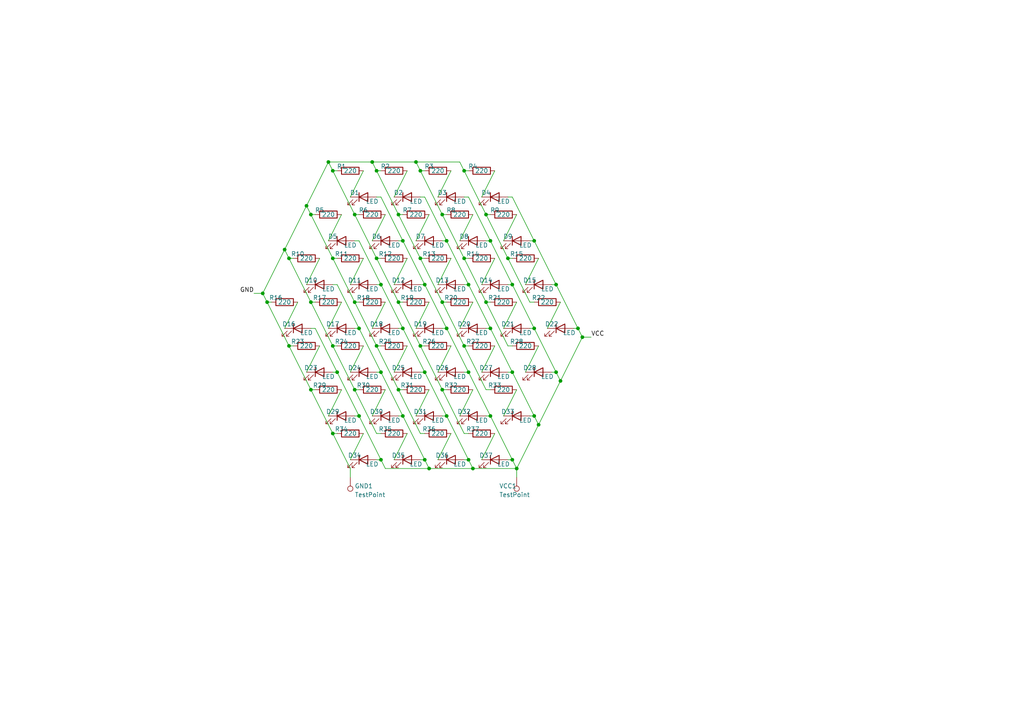
<source format=kicad_sch>
(kicad_sch (version 20211123) (generator eeschema)
  (paper "A4")
  (lib_symbols
    (symbol "Connector:TestPoint" (pin_numbers hide) (pin_names (offset 0.762) hide)
      (property "Reference" "TP" (at 0 6.858 0))
      (property "Value" "TestPoint" (at 0 5.08 0))
      (symbol "TestPoint_0_1"
        (circle (center 0 3.302) (radius 0.762))
      )
      (symbol "TestPoint_1_1"
        (pin passive line (at 0 0 90) (length 2.54) (name "1") (number "1"))
      )
    )
    (symbol "Device:LED" (pin_numbers hide) (pin_names (offset 1.016) hide)
      (property "Reference" "D" (at 0 2.54 0))
      (property "Value" "LED" (at 0 -2.54 0))
      (symbol "LED_0_1"
        (polyline (pts (xy -1.27 -1.27) (xy -1.27 1.27)) (stroke (width 0.254)))
        (polyline (pts (xy -1.27 0) (xy 1.27 0)))
        (polyline (pts (xy 1.27 -1.27) (xy 1.27 1.27) (xy -1.27 0) (xy 1.27 -1.27)) (stroke (width 0.254)))
        (polyline (pts (xy -3.048 -0.762) (xy -4.572 -2.286) (xy -3.81 -2.286) (xy -4.572 -2.286) (xy -4.572 -1.524)))
        (polyline (pts (xy -1.778 -0.762) (xy -3.302 -2.286) (xy -2.54 -2.286) (xy -3.302 -2.286) (xy -3.302 -1.524)))
      )
      (symbol "LED_1_1"
        (pin passive line (at -3.81 0 0) (length 2.54) (name "K") (number "1"))
        (pin passive line (at 3.81 0 180) (length 2.54) (name "A") (number "2"))
      )
    )
    (symbol "Device:R" (pin_numbers hide) (pin_names (offset 0))
      (property "Reference" "R" (at 2.032 0 90))
      (property "Value" "R" (at 0 0 90))
      (symbol "R_0_1"
        (rectangle (start -1.016 -2.54) (end 1.016 2.54) (stroke (width 0.254)))
      )
      (symbol "R_1_1"
        (pin passive line (at 0 3.81 270) (length 1.27) (name "~") (number "1"))
        (pin passive line (at 0 -3.81 90) (length 1.27) (name "~") (number "2"))
      )
    )
  )
  (junction (at 154.94 69.85))
  (junction (at 115.57 87.63))
  (junction (at 116.84 95.25))
  (junction (at 115.57 113.03))
  (junction (at 167.64 95.25))
  (junction (at 77.47 87.63))
  (junction (at 110.49 82.55))
  (junction (at 88.9 59.69))
  (junction (at 90.17 62.23))
  (junction (at 110.49 107.95))
  (junction (at 168.91 97.79))
  (junction (at 162.56 110.49))
  (junction (at 102.87 62.23))
  (junction (at 102.87 113.03))
  (junction (at 128.27 62.23))
  (junction (at 148.59 82.55))
  (junction (at 121.92 100.33))
  (junction (at 82.55 72.39))
  (junction (at 123.19 82.55))
  (junction (at 109.22 74.93))
  (junction (at 109.22 49.53))
  (junction (at 161.29 107.95))
  (junction (at 104.14 95.25))
  (junction (at 135.89 133.35))
  (junction (at 116.84 120.65))
  (junction (at 90.17 113.03))
  (junction (at 137.16 135.89))
  (junction (at 109.22 100.33))
  (junction (at 134.62 100.33))
  (junction (at 121.92 49.53))
  (junction (at 97.79 107.95))
  (junction (at 147.32 74.93))
  (junction (at 154.94 120.65))
  (junction (at 124.46 135.89))
  (junction (at 104.14 120.65))
  (junction (at 128.27 113.03))
  (junction (at 154.94 95.25))
  (junction (at 96.52 74.93))
  (junction (at 135.89 107.95))
  (junction (at 107.95 46.99))
  (junction (at 140.97 87.63))
  (junction (at 129.54 69.85))
  (junction (at 123.19 133.35))
  (junction (at 129.54 95.25))
  (junction (at 142.24 120.65))
  (junction (at 134.62 74.93))
  (junction (at 123.19 107.95))
  (junction (at 128.27 87.63))
  (junction (at 83.82 100.33))
  (junction (at 148.59 107.95))
  (junction (at 90.17 87.63))
  (junction (at 148.59 133.35))
  (junction (at 116.84 69.85))
  (junction (at 161.29 82.55))
  (junction (at 140.97 62.23))
  (junction (at 83.82 74.93))
  (junction (at 142.24 95.25))
  (junction (at 149.86 135.89))
  (junction (at 134.62 49.53))
  (junction (at 76.2 85.09))
  (junction (at 156.21 123.19))
  (junction (at 95.25 46.99))
  (junction (at 96.52 100.33))
  (junction (at 115.57 62.23))
  (junction (at 135.89 82.55))
  (junction (at 96.52 125.73))
  (junction (at 121.92 74.93))
  (junction (at 142.24 69.85))
  (junction (at 129.54 120.65))
  (junction (at 110.49 133.35))
  (junction (at 120.65 46.99))
  (junction (at 102.87 87.63))
  (junction (at 96.52 49.53))
  (wire (pts (xy 124.46 135.89) (xy 123.19 133.35)))
  (wire (pts (xy 90.17 62.23) (xy 96.52 74.93)))
  (wire (pts (xy 96.52 82.55) (xy 97.79 82.55)))
  (wire (pts (xy 111.76 62.23) (xy 107.95 69.85)))
  (wire (pts (xy 156.21 123.19) (xy 162.56 110.49)))
  (wire (pts (xy 88.9 59.69) (xy 95.25 46.99)))
  (wire (pts (xy 105.41 100.33) (xy 101.6 107.95)))
  (wire (pts (xy 140.97 87.63) (xy 147.32 100.33)))
  (wire (pts (xy 115.57 62.23) (xy 121.92 74.93)))
  (wire (pts (xy 91.44 87.63) (xy 90.17 87.63)))
  (wire (pts (xy 129.54 69.85) (xy 135.89 82.55)))
  (wire (pts (xy 115.57 113.03) (xy 121.92 125.73)))
  (wire (pts (xy 120.65 46.99) (xy 121.92 49.53)))
  (wire (pts (xy 83.82 74.93) (xy 90.17 87.63)))
  (wire (pts (xy 104.14 95.25) (xy 110.49 107.95)))
  (wire (pts (xy 82.55 72.39) (xy 88.9 59.69)))
  (wire (pts (xy 135.89 74.93) (xy 134.62 74.93)))
  (wire (pts (xy 90.17 95.25) (xy 91.44 95.25)))
  (wire (pts (xy 96.52 100.33) (xy 102.87 113.03)))
  (wire (pts (xy 115.57 120.65) (xy 116.84 120.65)))
  (wire (pts (xy 109.22 74.93) (xy 115.57 87.63)))
  (wire (pts (xy 161.29 82.55) (xy 167.64 95.25)))
  (wire (pts (xy 123.19 74.93) (xy 121.92 74.93)))
  (wire (pts (xy 111.76 113.03) (xy 107.95 120.65)))
  (wire (pts (xy 105.41 125.73) (xy 101.6 133.35)))
  (wire (pts (xy 77.47 87.63) (xy 83.82 100.33)))
  (wire (pts (xy 109.22 49.53) (xy 115.57 62.23)))
  (wire (pts (xy 166.37 95.25) (xy 167.64 95.25)))
  (wire (pts (xy 123.19 57.15) (xy 129.54 69.85)))
  (wire (pts (xy 121.92 49.53) (xy 128.27 62.23)))
  (wire (pts (xy 105.41 74.93) (xy 101.6 82.55)))
  (wire (pts (xy 96.52 125.73) (xy 101.6 135.89)))
  (wire (pts (xy 140.97 62.23) (xy 147.32 74.93)))
  (wire (pts (xy 149.86 62.23) (xy 146.05 69.85)))
  (wire (pts (xy 168.91 97.79) (xy 167.64 95.25)))
  (wire (pts (xy 130.81 125.73) (xy 127 133.35)))
  (wire (pts (xy 129.54 95.25) (xy 135.89 107.95)))
  (wire (pts (xy 96.52 74.93) (xy 102.87 87.63)))
  (wire (pts (xy 110.49 100.33) (xy 109.22 100.33)))
  (wire (pts (xy 116.84 69.85) (xy 123.19 82.55)))
  (wire (pts (xy 110.49 125.73) (xy 109.22 125.73)))
  (wire (pts (xy 124.46 113.03) (xy 120.65 120.65)))
  (wire (pts (xy 76.2 85.09) (xy 77.47 87.63)))
  (wire (pts (xy 148.59 100.33) (xy 147.32 100.33)))
  (wire (pts (xy 121.92 57.15) (xy 123.19 57.15)))
  (wire (pts (xy 111.76 87.63) (xy 107.95 95.25)))
  (wire (pts (xy 147.32 57.15) (xy 148.59 57.15)))
  (wire (pts (xy 143.51 49.53) (xy 139.7 57.15)))
  (wire (pts (xy 104.14 69.85) (xy 110.49 82.55)))
  (wire (pts (xy 160.02 107.95) (xy 161.29 107.95)))
  (wire (pts (xy 148.59 107.95) (xy 154.94 120.65)))
  (wire (pts (xy 118.11 125.73) (xy 114.3 133.35)))
  (wire (pts (xy 134.62 82.55) (xy 135.89 82.55)))
  (wire (pts (xy 135.89 82.55) (xy 142.24 95.25)))
  (wire (pts (xy 162.56 110.49) (xy 168.91 97.79)))
  (wire (pts (xy 149.86 135.89) (xy 148.59 133.35)))
  (wire (pts (xy 116.84 120.65) (xy 123.19 133.35)))
  (wire (pts (xy 101.6 135.89) (xy 101.6 138.43)))
  (wire (pts (xy 85.09 100.33) (xy 83.82 100.33)))
  (wire (pts (xy 82.55 72.39) (xy 83.82 74.93)))
  (wire (pts (xy 142.24 62.23) (xy 140.97 62.23)))
  (wire (pts (xy 135.89 49.53) (xy 134.62 49.53)))
  (wire (pts (xy 134.62 49.53) (xy 140.97 62.23)))
  (wire (pts (xy 128.27 87.63) (xy 134.62 100.33)))
  (wire (pts (xy 109.22 133.35) (xy 110.49 133.35)))
  (wire (pts (xy 123.19 100.33) (xy 121.92 100.33)))
  (wire (pts (xy 149.86 135.89) (xy 149.86 138.43)))
  (wire (pts (xy 137.16 113.03) (xy 133.35 120.65)))
  (wire (pts (xy 115.57 87.63) (xy 121.92 100.33)))
  (wire (pts (xy 148.59 82.55) (xy 154.94 95.25)))
  (wire (pts (xy 156.21 100.33) (xy 152.4 107.95)))
  (wire (pts (xy 168.91 97.79) (xy 171.45 97.79)))
  (wire (pts (xy 162.56 110.49) (xy 161.29 107.95)))
  (wire (pts (xy 85.09 74.93) (xy 83.82 74.93)))
  (wire (pts (xy 142.24 95.25) (xy 148.59 107.95)))
  (wire (pts (xy 142.24 87.63) (xy 140.97 87.63)))
  (wire (pts (xy 110.49 74.93) (xy 109.22 74.93)))
  (wire (pts (xy 135.89 100.33) (xy 134.62 100.33)))
  (wire (pts (xy 137.16 87.63) (xy 133.35 95.25)))
  (wire (pts (xy 88.9 59.69) (xy 90.17 62.23)))
  (wire (pts (xy 129.54 87.63) (xy 128.27 87.63)))
  (wire (pts (xy 109.22 57.15) (xy 110.49 57.15)))
  (wire (pts (xy 130.81 49.53) (xy 127 57.15)))
  (wire (pts (xy 130.81 74.93) (xy 127 82.55)))
  (wire (pts (xy 137.16 135.89) (xy 149.86 135.89)))
  (wire (pts (xy 148.59 57.15) (xy 154.94 69.85)))
  (wire (pts (xy 92.71 74.93) (xy 88.9 82.55)))
  (wire (pts (xy 129.54 113.03) (xy 128.27 113.03)))
  (wire (pts (xy 102.87 113.03) (xy 109.22 125.73)))
  (wire (pts (xy 120.65 46.99) (xy 107.95 46.99)))
  (wire (pts (xy 121.92 107.95) (xy 123.19 107.95)))
  (wire (pts (xy 143.51 74.93) (xy 139.7 82.55)))
  (wire (pts (xy 109.22 107.95) (xy 110.49 107.95)))
  (wire (pts (xy 149.86 135.89) (xy 156.21 123.19)))
  (wire (pts (xy 99.06 62.23) (xy 95.25 69.85)))
  (wire (pts (xy 111.76 135.89) (xy 124.46 135.89)))
  (wire (pts (xy 123.19 82.55) (xy 129.54 95.25)))
  (wire (pts (xy 99.06 113.03) (xy 95.25 120.65)))
  (wire (pts (xy 115.57 95.25) (xy 116.84 95.25)))
  (wire (pts (xy 91.44 95.25) (xy 97.79 107.95)))
  (wire (pts (xy 142.24 120.65) (xy 148.59 133.35)))
  (wire (pts (xy 97.79 125.73) (xy 96.52 125.73)))
  (wire (pts (xy 147.32 74.93) (xy 153.67 87.63)))
  (wire (pts (xy 118.11 100.33) (xy 114.3 107.95)))
  (wire (pts (xy 92.71 100.33) (xy 88.9 107.95)))
  (wire (pts (xy 137.16 135.89) (xy 135.89 133.35)))
  (wire (pts (xy 133.35 46.99) (xy 120.65 46.99)))
  (wire (pts (xy 162.56 87.63) (xy 158.75 95.25)))
  (wire (pts (xy 115.57 69.85) (xy 116.84 69.85)))
  (wire (pts (xy 102.87 120.65) (xy 104.14 120.65)))
  (wire (pts (xy 156.21 123.19) (xy 154.94 120.65)))
  (wire (pts (xy 149.86 87.63) (xy 146.05 95.25)))
  (wire (pts (xy 102.87 69.85) (xy 104.14 69.85)))
  (wire (pts (xy 102.87 62.23) (xy 109.22 74.93)))
  (wire (pts (xy 111.76 135.89) (xy 110.49 133.35)))
  (wire (pts (xy 153.67 120.65) (xy 154.94 120.65)))
  (wire (pts (xy 104.14 120.65) (xy 110.49 133.35)))
  (wire (pts (xy 147.32 133.35) (xy 148.59 133.35)))
  (wire (pts (xy 110.49 82.55) (xy 116.84 95.25)))
  (wire (pts (xy 124.46 135.89) (xy 137.16 135.89)))
  (wire (pts (xy 123.19 49.53) (xy 121.92 49.53)))
  (wire (pts (xy 160.02 82.55) (xy 161.29 82.55)))
  (wire (pts (xy 128.27 62.23) (xy 134.62 74.93)))
  (wire (pts (xy 76.2 85.09) (xy 82.55 72.39)))
  (wire (pts (xy 133.35 46.99) (xy 134.62 49.53)))
  (wire (pts (xy 102.87 87.63) (xy 109.22 100.33)))
  (wire (pts (xy 90.17 87.63) (xy 96.52 100.33)))
  (wire (pts (xy 153.67 69.85) (xy 154.94 69.85)))
  (wire (pts (xy 118.11 49.53) (xy 114.3 57.15)))
  (wire (pts (xy 90.17 113.03) (xy 96.52 125.73)))
  (wire (pts (xy 134.62 100.33) (xy 140.97 113.03)))
  (wire (pts (xy 102.87 95.25) (xy 104.14 95.25)))
  (wire (pts (xy 134.62 133.35) (xy 135.89 133.35)))
  (wire (pts (xy 130.81 100.33) (xy 127 107.95)))
  (wire (pts (xy 128.27 95.25) (xy 129.54 95.25)))
  (wire (pts (xy 99.06 87.63) (xy 95.25 95.25)))
  (wire (pts (xy 116.84 62.23) (xy 115.57 62.23)))
  (wire (pts (xy 134.62 107.95) (xy 135.89 107.95)))
  (wire (pts (xy 96.52 49.53) (xy 102.87 62.23)))
  (wire (pts (xy 123.19 107.95) (xy 129.54 120.65)))
  (wire (pts (xy 97.79 107.95) (xy 104.14 120.65)))
  (wire (pts (xy 140.97 120.65) (xy 142.24 120.65)))
  (wire (pts (xy 121.92 133.35) (xy 123.19 133.35)))
  (wire (pts (xy 154.94 69.85) (xy 161.29 82.55)))
  (wire (pts (xy 97.79 82.55) (xy 104.14 95.25)))
  (wire (pts (xy 104.14 87.63) (xy 102.87 87.63)))
  (wire (pts (xy 128.27 113.03) (xy 134.62 125.73)))
  (wire (pts (xy 129.54 120.65) (xy 135.89 133.35)))
  (wire (pts (xy 97.79 49.53) (xy 96.52 49.53)))
  (wire (pts (xy 123.19 125.73) (xy 121.92 125.73)))
  (wire (pts (xy 140.97 95.25) (xy 142.24 95.25)))
  (wire (pts (xy 147.32 107.95) (xy 148.59 107.95)))
  (wire (pts (xy 110.49 107.95) (xy 116.84 120.65)))
  (wire (pts (xy 124.46 87.63) (xy 120.65 95.25)))
  (wire (pts (xy 105.41 49.53) (xy 101.6 57.15)))
  (wire (pts (xy 95.25 46.99) (xy 96.52 49.53)))
  (wire (pts (xy 135.89 107.95) (xy 142.24 120.65)))
  (wire (pts (xy 135.89 57.15) (xy 142.24 69.85)))
  (wire (pts (xy 116.84 113.03) (xy 115.57 113.03)))
  (wire (pts (xy 153.67 95.25) (xy 154.94 95.25)))
  (wire (pts (xy 128.27 120.65) (xy 129.54 120.65)))
  (wire (pts (xy 107.95 46.99) (xy 95.25 46.99)))
  (wire (pts (xy 135.89 125.73) (xy 134.62 125.73)))
  (wire (pts (xy 104.14 113.03) (xy 102.87 113.03)))
  (wire (pts (xy 109.22 100.33) (xy 115.57 113.03)))
  (wire (pts (xy 107.95 46.99) (xy 109.22 49.53)))
  (wire (pts (xy 134.62 74.93) (xy 140.97 87.63)))
  (wire (pts (xy 109.22 82.55) (xy 110.49 82.55)))
  (wire (pts (xy 110.49 57.15) (xy 116.84 69.85)))
  (wire (pts (xy 121.92 74.93) (xy 128.27 87.63)))
  (wire (pts (xy 142.24 113.03) (xy 140.97 113.03)))
  (wire (pts (xy 134.62 57.15) (xy 135.89 57.15)))
  (wire (pts (xy 83.82 100.33) (xy 90.17 113.03)))
  (wire (pts (xy 73.66 85.09) (xy 76.2 85.09)))
  (wire (pts (xy 149.86 113.03) (xy 146.05 120.65)))
  (wire (pts (xy 143.51 100.33) (xy 139.7 107.95)))
  (wire (pts (xy 78.74 87.63) (xy 77.47 87.63)))
  (wire (pts (xy 118.11 74.93) (xy 114.3 82.55)))
  (wire (pts (xy 128.27 69.85) (xy 129.54 69.85)))
  (wire (pts (xy 156.21 74.93) (xy 152.4 82.55)))
  (wire (pts (xy 137.16 62.23) (xy 133.35 69.85)))
  (wire (pts (xy 86.36 87.63) (xy 82.55 95.25)))
  (wire (pts (xy 143.51 125.73) (xy 139.7 133.35)))
  (wire (pts (xy 110.49 49.53) (xy 109.22 49.53)))
  (wire (pts (xy 121.92 82.55) (xy 123.19 82.55)))
  (wire (pts (xy 154.94 95.25) (xy 161.29 107.95)))
  (wire (pts (xy 97.79 100.33) (xy 96.52 100.33)))
  (wire (pts (xy 91.44 62.23) (xy 90.17 62.23)))
  (wire (pts (xy 121.92 100.33) (xy 128.27 113.03)))
  (wire (pts (xy 104.14 62.23) (xy 102.87 62.23)))
  (wire (pts (xy 97.79 74.93) (xy 96.52 74.93)))
  (wire (pts (xy 147.32 82.55) (xy 148.59 82.55)))
  (wire (pts (xy 116.84 95.25) (xy 123.19 107.95)))
  (wire (pts (xy 129.54 62.23) (xy 128.27 62.23)))
  (wire (pts (xy 148.59 74.93) (xy 147.32 74.93)))
  (wire (pts (xy 91.44 113.03) (xy 90.17 113.03)))
  (wire (pts (xy 116.84 87.63) (xy 115.57 87.63)))
  (wire (pts (xy 142.24 69.85) (xy 148.59 82.55)))
  (wire (pts (xy 96.52 107.95) (xy 97.79 107.95)))
  (wire (pts (xy 124.46 62.23) (xy 120.65 69.85)))
  (wire (pts (xy 140.97 69.85) (xy 142.24 69.85)))
  (wire (pts (xy 154.94 87.63) (xy 153.67 87.63)))
  (label "VCC" (at 171.45 97.79 0))
  (label "GND" (at 73.66 85.09 180))
  (symbol (lib_id "Device:R") (at 114.3 100.33 90) (unit 1)
    (property "Reference" "R25" (at 111.76 99.06 90))
    (property "Value" "220" (at 114.3 100.33 90))
    (property "Footprint" "Resistor_THT:R_Axial_DIN0207_L6.3mm_D2.5mm_P7.62mm_Horizontal" (effects hide))
  )
  (symbol (lib_id "Device:R") (at 114.3 74.93 90) (unit 1)
    (property "Reference" "R12" (at 111.76 73.66 90))
    (property "Value" "220" (at 114.3 74.93 90))
    (property "Footprint" "Resistor_THT:R_Axial_DIN0207_L6.3mm_D2.5mm_P7.62mm_Horizontal" (effects hide))
  )
  (symbol (lib_id "Connector:TestPoint") (at 149.86 138.43 180) (unit 1)
    (property "Reference" "VCC1" (at 144.78 140.97 0) (effects (justify right)))
    (property "Value" "TestPoint" (at 144.78 143.51 0) (effects (justify right)))
    (property "Footprint" "TestPoint:TestPoint_Pad_D4.0mm" (effects hide))
  )
  (symbol (lib_id "Device:R") (at 88.9 74.93 90) (unit 1)
    (property "Reference" "R10" (at 86.36 73.66 90))
    (property "Value" "220" (at 88.9 74.93 90))
    (property "Footprint" "Resistor_THT:R_Axial_DIN0207_L6.3mm_D2.5mm_P7.62mm_Horizontal" (effects hide))
  )
  (symbol (lib_id "Device:LED") (at 143.51 107.95 0) (unit 1)
    (property "Reference" "D27" (at 140.97 106.68 0))
    (property "Value" "LED" (at 146.05 109.22 0))
    (property "Footprint" "LED_THT:LED_D5.0mm" (effects hide))
  )
  (symbol (lib_id "Device:R") (at 133.35 113.03 90) (unit 1)
    (property "Reference" "R32" (at 130.81 111.76 90))
    (property "Value" "220" (at 133.35 113.03 90))
    (property "Footprint" "Resistor_THT:R_Axial_DIN0207_L6.3mm_D2.5mm_P7.62mm_Horizontal" (effects hide))
  )
  (symbol (lib_id "Device:LED") (at 105.41 82.55 0) (unit 1)
    (property "Reference" "D11" (at 102.87 81.28 0))
    (property "Value" "LED" (at 107.95 83.82 0))
    (property "Footprint" "LED_THT:LED_D5.0mm" (effects hide))
  )
  (symbol (lib_id "Device:R") (at 101.6 100.33 90) (unit 1)
    (property "Reference" "R24" (at 99.06 99.06 90))
    (property "Value" "220" (at 101.6 100.33 90))
    (property "Footprint" "Resistor_THT:R_Axial_DIN0207_L6.3mm_D2.5mm_P7.62mm_Horizontal" (effects hide))
  )
  (symbol (lib_id "Device:LED") (at 111.76 120.65 0) (unit 1)
    (property "Reference" "D30" (at 109.22 119.38 0))
    (property "Value" "LED" (at 114.3 121.92 0))
    (property "Footprint" "LED_THT:LED_D5.0mm" (effects hide))
  )
  (symbol (lib_id "Device:LED") (at 130.81 107.95 0) (unit 1)
    (property "Reference" "D26" (at 128.27 106.68 0))
    (property "Value" "LED" (at 133.35 109.22 0))
    (property "Footprint" "LED_THT:LED_D5.0mm" (effects hide))
  )
  (symbol (lib_id "Device:LED") (at 111.76 69.85 0) (unit 1)
    (property "Reference" "D6" (at 109.22 68.58 0))
    (property "Value" "LED" (at 114.3 71.12 0))
    (property "Footprint" "LED_THT:LED_D5.0mm" (effects hide))
  )
  (symbol (lib_id "Device:LED") (at 143.51 133.35 0) (unit 1)
    (property "Reference" "D37" (at 140.97 132.08 0))
    (property "Value" "LED" (at 146.05 134.62 0))
    (property "Footprint" "LED_THT:LED_D5.0mm" (effects hide))
  )
  (symbol (lib_id "Device:R") (at 139.7 100.33 90) (unit 1)
    (property "Reference" "R27" (at 137.16 99.06 90))
    (property "Value" "220" (at 139.7 100.33 90))
    (property "Footprint" "Resistor_THT:R_Axial_DIN0207_L6.3mm_D2.5mm_P7.62mm_Horizontal" (effects hide))
  )
  (symbol (lib_id "Device:R") (at 107.95 87.63 90) (unit 1)
    (property "Reference" "R18" (at 105.41 86.36 90))
    (property "Value" "220" (at 107.95 87.63 90))
    (property "Footprint" "Resistor_THT:R_Axial_DIN0207_L6.3mm_D2.5mm_P7.62mm_Horizontal" (effects hide))
  )
  (symbol (lib_id "Device:LED") (at 118.11 57.15 0) (unit 1)
    (property "Reference" "D2" (at 115.57 55.88 0))
    (property "Value" "LED" (at 120.65 58.42 0))
    (property "Footprint" "LED_THT:LED_D5.0mm" (effects hide))
  )
  (symbol (lib_id "Device:LED") (at 137.16 120.65 0) (unit 1)
    (property "Reference" "D32" (at 134.62 119.38 0))
    (property "Value" "LED" (at 139.7 121.92 0))
    (property "Footprint" "LED_THT:LED_D5.0mm" (effects hide))
  )
  (symbol (lib_id "Device:LED") (at 92.71 82.55 0) (unit 1)
    (property "Reference" "D10" (at 90.17 81.28 0))
    (property "Value" "LED" (at 95.25 83.82 0))
    (property "Footprint" "LED_THT:LED_D5.0mm" (effects hide))
  )
  (symbol (lib_id "Device:R") (at 146.05 113.03 90) (unit 1)
    (property "Reference" "R33" (at 143.51 111.76 90))
    (property "Value" "220" (at 146.05 113.03 90))
    (property "Footprint" "Resistor_THT:R_Axial_DIN0207_L6.3mm_D2.5mm_P7.62mm_Horizontal" (effects hide))
  )
  (symbol (lib_id "Device:LED") (at 143.51 57.15 0) (unit 1)
    (property "Reference" "D4" (at 140.97 55.88 0))
    (property "Value" "LED" (at 146.05 58.42 0))
    (property "Footprint" "LED_THT:LED_D5.0mm" (effects hide))
  )
  (symbol (lib_id "Device:LED") (at 99.06 69.85 0) (unit 1)
    (property "Reference" "D5" (at 96.52 68.58 0))
    (property "Value" "LED" (at 101.6 71.12 0))
    (property "Footprint" "LED_THT:LED_D5.0mm" (effects hide))
  )
  (symbol (lib_id "Device:LED") (at 105.41 133.35 0) (unit 1)
    (property "Reference" "D34" (at 102.87 132.08 0))
    (property "Value" "LED" (at 107.95 134.62 0))
    (property "Footprint" "LED_THT:LED_D5.0mm" (effects hide))
  )
  (symbol (lib_id "Device:LED") (at 118.11 107.95 0) (unit 1)
    (property "Reference" "D25" (at 115.57 106.68 0))
    (property "Value" "LED" (at 120.65 109.22 0))
    (property "Footprint" "LED_THT:LED_D5.0mm" (effects hide))
  )
  (symbol (lib_id "Device:LED") (at 162.56 95.25 0) (unit 1)
    (property "Reference" "D22" (at 160.02 93.98 0))
    (property "Value" "LED" (at 165.1 96.52 0))
    (property "Footprint" "LED_THT:LED_D5.0mm" (effects hide))
  )
  (symbol (lib_id "Device:R") (at 152.4 100.33 90) (unit 1)
    (property "Reference" "R28" (at 149.86 99.06 90))
    (property "Value" "220" (at 152.4 100.33 90))
    (property "Footprint" "Resistor_THT:R_Axial_DIN0207_L6.3mm_D2.5mm_P7.62mm_Horizontal" (effects hide))
  )
  (symbol (lib_id "Device:R") (at 146.05 62.23 90) (unit 1)
    (property "Reference" "R9" (at 143.51 60.96 90))
    (property "Value" "220" (at 146.05 62.23 90))
    (property "Footprint" "Resistor_THT:R_Axial_DIN0207_L6.3mm_D2.5mm_P7.62mm_Horizontal" (effects hide))
  )
  (symbol (lib_id "Device:R") (at 101.6 125.73 90) (unit 1)
    (property "Reference" "R34" (at 99.06 124.46 90))
    (property "Value" "220" (at 101.6 125.73 90))
    (property "Footprint" "Resistor_THT:R_Axial_DIN0207_L6.3mm_D2.5mm_P7.62mm_Horizontal" (effects hide))
  )
  (symbol (lib_id "Device:LED") (at 156.21 82.55 0) (unit 1)
    (property "Reference" "D15" (at 153.67 81.28 0))
    (property "Value" "LED" (at 158.75 83.82 0))
    (property "Footprint" "LED_THT:LED_D5.0mm" (effects hide))
  )
  (symbol (lib_id "Device:R") (at 127 125.73 90) (unit 1)
    (property "Reference" "R36" (at 124.46 124.46 90))
    (property "Value" "220" (at 127 125.73 90))
    (property "Footprint" "Resistor_THT:R_Axial_DIN0207_L6.3mm_D2.5mm_P7.62mm_Horizontal" (effects hide))
  )
  (symbol (lib_id "Device:LED") (at 130.81 57.15 0) (unit 1)
    (property "Reference" "D3" (at 128.27 55.88 0))
    (property "Value" "LED" (at 133.35 58.42 0))
    (property "Footprint" "LED_THT:LED_D5.0mm" (effects hide))
  )
  (symbol (lib_id "Device:R") (at 127 49.53 90) (unit 1)
    (property "Reference" "R3" (at 124.46 48.26 90))
    (property "Value" "220" (at 127 49.53 90))
    (property "Footprint" "Resistor_THT:R_Axial_DIN0207_L6.3mm_D2.5mm_P7.62mm_Horizontal" (effects hide))
  )
  (symbol (lib_id "Device:LED") (at 105.41 57.15 0) (unit 1)
    (property "Reference" "D1" (at 102.87 55.88 0))
    (property "Value" "LED" (at 107.95 58.42 0))
    (property "Footprint" "LED_THT:LED_D5.0mm" (effects hide))
  )
  (symbol (lib_id "Device:LED") (at 130.81 133.35 0) (unit 1)
    (property "Reference" "D36" (at 128.27 132.08 0))
    (property "Value" "LED" (at 133.35 134.62 0))
    (property "Footprint" "LED_THT:LED_D5.0mm" (effects hide))
  )
  (symbol (lib_id "Device:LED") (at 124.46 95.25 0) (unit 1)
    (property "Reference" "D19" (at 121.92 93.98 0))
    (property "Value" "LED" (at 127 96.52 0))
    (property "Footprint" "LED_THT:LED_D5.0mm" (effects hide))
  )
  (symbol (lib_id "Connector:TestPoint") (at 101.6 138.43 180) (unit 1)
    (property "Reference" "GND1" (at 102.87 140.97 0) (effects (justify right)))
    (property "Value" "TestPoint" (at 102.87 143.51 0) (effects (justify right)))
    (property "Footprint" "TestPoint:TestPoint_Pad_4.0x4.0mm" (effects hide))
  )
  (symbol (lib_id "Device:LED") (at 99.06 120.65 0) (unit 1)
    (property "Reference" "D29" (at 96.52 119.38 0))
    (property "Value" "LED" (at 101.6 121.92 0))
    (property "Footprint" "LED_THT:LED_D5.0mm" (effects hide))
  )
  (symbol (lib_id "Device:LED") (at 137.16 95.25 0) (unit 1)
    (property "Reference" "D20" (at 134.62 93.98 0))
    (property "Value" "LED" (at 139.7 96.52 0))
    (property "Footprint" "LED_THT:LED_D5.0mm" (effects hide))
  )
  (symbol (lib_id "Device:R") (at 82.55 87.63 90) (unit 1)
    (property "Reference" "R16" (at 80.01 86.36 90))
    (property "Value" "220" (at 82.55 87.63 90))
    (property "Footprint" "Resistor_THT:R_Axial_DIN0207_L6.3mm_D2.5mm_P7.62mm_Horizontal" (effects hide))
  )
  (symbol (lib_id "Device:LED") (at 143.51 82.55 0) (unit 1)
    (property "Reference" "D14" (at 140.97 81.28 0))
    (property "Value" "LED" (at 146.05 83.82 0))
    (property "Footprint" "LED_THT:LED_D5.0mm" (effects hide))
  )
  (symbol (lib_id "Device:R") (at 120.65 113.03 90) (unit 1)
    (property "Reference" "R31" (at 118.11 111.76 90))
    (property "Value" "220" (at 120.65 113.03 90))
    (property "Footprint" "Resistor_THT:R_Axial_DIN0207_L6.3mm_D2.5mm_P7.62mm_Horizontal" (effects hide))
  )
  (symbol (lib_id "Device:LED") (at 124.46 69.85 0) (unit 1)
    (property "Reference" "D7" (at 121.92 68.58 0))
    (property "Value" "LED" (at 127 71.12 0))
    (property "Footprint" "LED_THT:LED_D5.0mm" (effects hide))
  )
  (symbol (lib_id "Device:LED") (at 149.86 69.85 0) (unit 1)
    (property "Reference" "D9" (at 147.32 68.58 0))
    (property "Value" "LED" (at 152.4 71.12 0))
    (property "Footprint" "LED_THT:LED_D5.0mm" (effects hide))
  )
  (symbol (lib_id "Device:R") (at 101.6 49.53 90) (unit 1)
    (property "Reference" "R1" (at 99.06 48.26 90))
    (property "Value" "220" (at 101.6 49.53 90))
    (property "Footprint" "Resistor_THT:R_Axial_DIN0207_L6.3mm_D2.5mm_P7.62mm_Horizontal" (effects hide))
  )
  (symbol (lib_id "Device:R") (at 139.7 49.53 90) (unit 1)
    (property "Reference" "R4" (at 137.16 48.26 90))
    (property "Value" "220" (at 139.7 49.53 90))
    (property "Footprint" "Resistor_THT:R_Axial_DIN0207_L6.3mm_D2.5mm_P7.62mm_Horizontal" (effects hide))
  )
  (symbol (lib_id "Device:R") (at 152.4 74.93 90) (unit 1)
    (property "Reference" "R15" (at 149.86 73.66 90))
    (property "Value" "220" (at 152.4 74.93 90))
    (property "Footprint" "Resistor_THT:R_Axial_DIN0207_L6.3mm_D2.5mm_P7.62mm_Horizontal" (effects hide))
  )
  (symbol (lib_id "Device:R") (at 127 74.93 90) (unit 1)
    (property "Reference" "R13" (at 124.46 73.66 90))
    (property "Value" "220" (at 127 74.93 90))
    (property "Footprint" "Resistor_THT:R_Axial_DIN0207_L6.3mm_D2.5mm_P7.62mm_Horizontal" (effects hide))
  )
  (symbol (lib_id "Device:R") (at 114.3 125.73 90) (unit 1)
    (property "Reference" "R35" (at 111.76 124.46 90))
    (property "Value" "220" (at 114.3 125.73 90))
    (property "Footprint" "Resistor_THT:R_Axial_DIN0207_L6.3mm_D2.5mm_P7.62mm_Horizontal" (effects hide))
  )
  (symbol (lib_id "Device:LED") (at 137.16 69.85 0) (unit 1)
    (property "Reference" "D8" (at 134.62 68.58 0))
    (property "Value" "LED" (at 139.7 71.12 0))
    (property "Footprint" "LED_THT:LED_D5.0mm" (effects hide))
  )
  (symbol (lib_id "Device:R") (at 101.6 74.93 90) (unit 1)
    (property "Reference" "R11" (at 99.06 73.66 90))
    (property "Value" "220" (at 101.6 74.93 90))
    (property "Footprint" "Resistor_THT:R_Axial_DIN0207_L6.3mm_D2.5mm_P7.62mm_Horizontal" (effects hide))
  )
  (symbol (lib_id "Device:LED") (at 92.71 107.95 0) (unit 1)
    (property "Reference" "D23" (at 90.17 106.68 0))
    (property "Value" "LED" (at 95.25 109.22 0))
    (property "Footprint" "LED_THT:LED_D5.0mm" (effects hide))
  )
  (symbol (lib_id "Device:LED") (at 86.36 95.25 0) (unit 1)
    (property "Reference" "D16" (at 83.82 93.98 0))
    (property "Value" "LED" (at 88.9 96.52 0))
    (property "Footprint" "LED_THT:LED_D5.0mm" (effects hide))
  )
  (symbol (lib_id "Device:R") (at 146.05 87.63 90) (unit 1)
    (property "Reference" "R21" (at 143.51 86.36 90))
    (property "Value" "220" (at 146.05 87.63 90))
    (property "Footprint" "Resistor_THT:R_Axial_DIN0207_L6.3mm_D2.5mm_P7.62mm_Horizontal" (effects hide))
  )
  (symbol (lib_id "Device:R") (at 139.7 125.73 90) (unit 1)
    (property "Reference" "R37" (at 137.16 124.46 90))
    (property "Value" "220" (at 139.7 125.73 90))
    (property "Footprint" "Resistor_THT:R_Axial_DIN0207_L6.3mm_D2.5mm_P7.62mm_Horizontal" (effects hide))
  )
  (symbol (lib_id "Device:R") (at 158.75 87.63 90) (unit 1)
    (property "Reference" "R22" (at 156.21 86.36 90))
    (property "Value" "220" (at 158.75 87.63 90))
    (property "Footprint" "Resistor_THT:R_Axial_DIN0207_L6.3mm_D2.5mm_P7.62mm_Horizontal" (effects hide))
  )
  (symbol (lib_id "Device:R") (at 127 100.33 90) (unit 1)
    (property "Reference" "R26" (at 124.46 99.06 90))
    (property "Value" "220" (at 127 100.33 90))
    (property "Footprint" "Resistor_THT:R_Axial_DIN0207_L6.3mm_D2.5mm_P7.62mm_Horizontal" (effects hide))
  )
  (symbol (lib_id "Device:R") (at 133.35 62.23 90) (unit 1)
    (property "Reference" "R8" (at 130.81 60.96 90))
    (property "Value" "220" (at 133.35 62.23 90))
    (property "Footprint" "Resistor_THT:R_Axial_DIN0207_L6.3mm_D2.5mm_P7.62mm_Horizontal" (effects hide))
  )
  (symbol (lib_id "Device:R") (at 107.95 113.03 90) (unit 1)
    (property "Reference" "R30" (at 105.41 111.76 90))
    (property "Value" "220" (at 107.95 113.03 90))
    (property "Footprint" "Resistor_THT:R_Axial_DIN0207_L6.3mm_D2.5mm_P7.62mm_Horizontal" (effects hide))
  )
  (symbol (lib_id "Device:LED") (at 105.41 107.95 0) (unit 1)
    (property "Reference" "D24" (at 102.87 106.68 0))
    (property "Value" "LED" (at 107.95 109.22 0))
    (property "Footprint" "LED_THT:LED_D5.0mm" (effects hide))
  )
  (symbol (lib_id "Device:R") (at 120.65 62.23 90) (unit 1)
    (property "Reference" "R7" (at 118.11 60.96 90))
    (property "Value" "220" (at 120.65 62.23 90))
    (property "Footprint" "Resistor_THT:R_Axial_DIN0207_L6.3mm_D2.5mm_P7.62mm_Horizontal" (effects hide))
  )
  (symbol (lib_id "Device:LED") (at 149.86 120.65 0) (unit 1)
    (property "Reference" "D33" (at 147.32 119.38 0))
    (property "Value" "LED" (at 152.4 121.92 0))
    (property "Footprint" "LED_THT:LED_D5.0mm" (effects hide))
  )
  (symbol (lib_id "Device:R") (at 107.95 62.23 90) (unit 1)
    (property "Reference" "R6" (at 105.41 60.96 90))
    (property "Value" "220" (at 107.95 62.23 90))
    (property "Footprint" "Resistor_THT:R_Axial_DIN0207_L6.3mm_D2.5mm_P7.62mm_Horizontal" (effects hide))
  )
  (symbol (lib_id "Device:R") (at 88.9 100.33 90) (unit 1)
    (property "Reference" "R23" (at 86.36 99.06 90))
    (property "Value" "220" (at 88.9 100.33 90))
    (property "Footprint" "Resistor_THT:R_Axial_DIN0207_L6.3mm_D2.5mm_P7.62mm_Horizontal" (effects hide))
  )
  (symbol (lib_id "Device:R") (at 95.25 113.03 90) (unit 1)
    (property "Reference" "R29" (at 92.71 111.76 90))
    (property "Value" "220" (at 95.25 113.03 90))
    (property "Footprint" "Resistor_THT:R_Axial_DIN0207_L6.3mm_D2.5mm_P7.62mm_Horizontal" (effects hide))
  )
  (symbol (lib_id "Device:LED") (at 130.81 82.55 0) (unit 1)
    (property "Reference" "D13" (at 128.27 81.28 0))
    (property "Value" "LED" (at 133.35 83.82 0))
    (property "Footprint" "LED_THT:LED_D5.0mm" (effects hide))
  )
  (symbol (lib_id "Device:R") (at 120.65 87.63 90) (unit 1)
    (property "Reference" "R19" (at 118.11 86.36 90))
    (property "Value" "220" (at 120.65 87.63 90))
    (property "Footprint" "Resistor_THT:R_Axial_DIN0207_L6.3mm_D2.5mm_P7.62mm_Horizontal" (effects hide))
  )
  (symbol (lib_id "Device:LED") (at 111.76 95.25 0) (unit 1)
    (property "Reference" "D18" (at 109.22 93.98 0))
    (property "Value" "LED" (at 114.3 96.52 0))
    (property "Footprint" "LED_THT:LED_D5.0mm" (effects hide))
  )
  (symbol (lib_id "Device:LED") (at 118.11 133.35 0) (unit 1)
    (property "Reference" "D35" (at 115.57 132.08 0))
    (property "Value" "LED" (at 120.65 134.62 0))
    (property "Footprint" "LED_THT:LED_D5.0mm" (effects hide))
  )
  (symbol (lib_id "Device:R") (at 95.25 62.23 90) (unit 1)
    (property "Reference" "R5" (at 92.71 60.96 90))
    (property "Value" "220" (at 95.25 62.23 90))
    (property "Footprint" "Resistor_THT:R_Axial_DIN0207_L6.3mm_D2.5mm_P7.62mm_Horizontal" (effects hide))
  )
  (symbol (lib_id "Device:R") (at 139.7 74.93 90) (unit 1)
    (property "Reference" "R14" (at 137.16 73.66 90))
    (property "Value" "220" (at 139.7 74.93 90))
    (property "Footprint" "Resistor_THT:R_Axial_DIN0207_L6.3mm_D2.5mm_P7.62mm_Horizontal" (effects hide))
  )
  (symbol (lib_id "Device:LED") (at 99.06 95.25 0) (unit 1)
    (property "Reference" "D17" (at 96.52 93.98 0))
    (property "Value" "LED" (at 101.6 96.52 0))
    (property "Footprint" "LED_THT:LED_D5.0mm" (effects hide))
  )
  (symbol (lib_id "Device:LED") (at 149.86 95.25 0) (unit 1)
    (property "Reference" "D21" (at 147.32 93.98 0))
    (property "Value" "LED" (at 152.4 96.52 0))
    (property "Footprint" "LED_THT:LED_D5.0mm" (effects hide))
  )
  (symbol (lib_id "Device:R") (at 95.25 87.63 90) (unit 1)
    (property "Reference" "R17" (at 92.71 86.36 90))
    (property "Value" "220" (at 95.25 87.63 90))
    (property "Footprint" "Resistor_THT:R_Axial_DIN0207_L6.3mm_D2.5mm_P7.62mm_Horizontal" (effects hide))
  )
  (symbol (lib_id "Device:LED") (at 118.11 82.55 0) (unit 1)
    (property "Reference" "D12" (at 115.57 81.28 0))
    (property "Value" "LED" (at 120.65 83.82 0))
    (property "Footprint" "LED_THT:LED_D5.0mm" (effects hide))
  )
  (symbol (lib_id "Device:LED") (at 156.21 107.95 0) (unit 1)
    (property "Reference" "D28" (at 153.67 106.68 0))
    (property "Value" "LED" (at 158.75 109.22 0))
    (property "Footprint" "LED_THT:LED_D5.0mm" (effects hide))
  )
  (symbol (lib_id "Device:R") (at 133.35 87.63 90) (unit 1)
    (property "Reference" "R20" (at 130.81 86.36 90))
    (property "Value" "220" (at 133.35 87.63 90))
    (property "Footprint" "Resistor_THT:R_Axial_DIN0207_L6.3mm_D2.5mm_P7.62mm_Horizontal" (effects hide))
  )
  (symbol (lib_id "Device:LED") (at 124.46 120.65 0) (unit 1)
    (property "Reference" "D31" (at 121.92 119.38 0))
    (property "Value" "LED" (at 127 121.92 0))
    (property "Footprint" "LED_THT:LED_D5.0mm" (effects hide))
  )
  (symbol (lib_id "Device:R") (at 114.3 49.53 90) (unit 1)
    (property "Reference" "R2" (at 111.76 48.26 90))
    (property "Value" "220" (at 114.3 49.53 90))
    (property "Footprint" "Resistor_THT:R_Axial_DIN0207_L6.3mm_D2.5mm_P7.62mm_Horizontal" (effects hide))
  )
)
</source>
